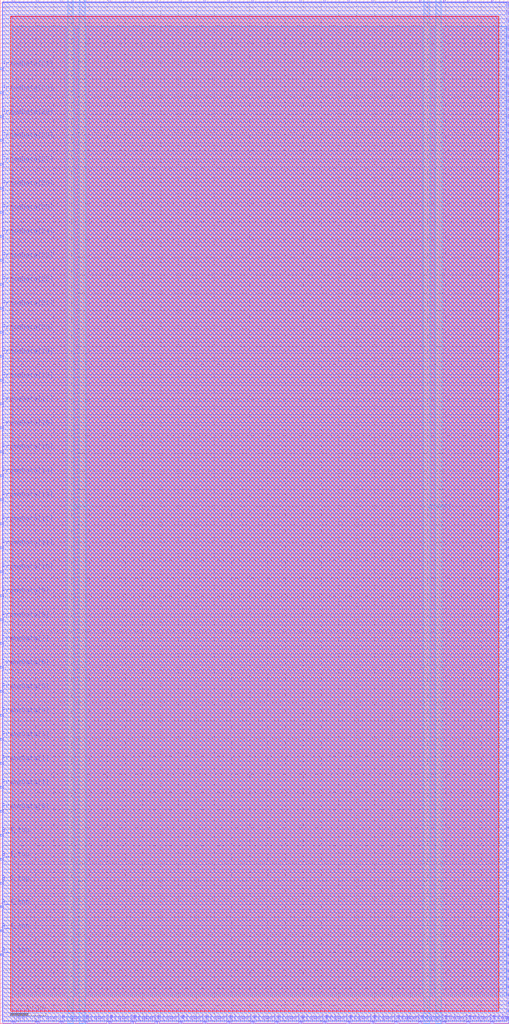
<source format=lef>
VERSION 5.7 ;
  NOWIREEXTENSIONATPIN ON ;
  DIVIDERCHAR "/" ;
  BUSBITCHARS "[]" ;
MACRO W_IO
  CLASS BLOCK ;
  FOREIGN W_IO ;
  ORIGIN 0.000 0.000 ;
  SIZE 142.800 BY 287.280 ;
  PIN A_I_top
    DIRECTION OUTPUT ;
    USE SIGNAL ;
    ANTENNADIFFAREA 2.365600 ;
    PORT
      LAYER Metal3 ;
        RECT 0.000 25.760 0.560 26.320 ;
    END
  END A_I_top
  PIN A_O_top
    DIRECTION INPUT ;
    USE SIGNAL ;
    ANTENNAGATEAREA 4.005500 ;
    PORT
      LAYER Metal3 ;
        RECT 0.000 19.040 0.560 19.600 ;
    END
  END A_O_top
  PIN A_T_top
    DIRECTION OUTPUT ;
    USE SIGNAL ;
    ANTENNADIFFAREA 2.365600 ;
    PORT
      LAYER Metal3 ;
        RECT 0.000 32.480 0.560 33.040 ;
    END
  END A_T_top
  PIN B_I_top
    DIRECTION OUTPUT ;
    USE SIGNAL ;
    ANTENNADIFFAREA 2.365600 ;
    PORT
      LAYER Metal3 ;
        RECT 0.000 45.920 0.560 46.480 ;
    END
  END B_I_top
  PIN B_O_top
    DIRECTION INPUT ;
    USE SIGNAL ;
    ANTENNAGATEAREA 4.005500 ;
    PORT
      LAYER Metal3 ;
        RECT 0.000 39.200 0.560 39.760 ;
    END
  END B_O_top
  PIN B_T_top
    DIRECTION OUTPUT ;
    USE SIGNAL ;
    ANTENNADIFFAREA 2.365600 ;
    PORT
      LAYER Metal3 ;
        RECT 0.000 52.640 0.560 53.200 ;
    END
  END B_T_top
  PIN E1BEG[0]
    DIRECTION OUTPUT ;
    USE SIGNAL ;
    ANTENNADIFFAREA 2.365600 ;
    PORT
      LAYER Metal3 ;
        RECT 142.240 108.640 142.800 109.200 ;
    END
  END E1BEG[0]
  PIN E1BEG[1]
    DIRECTION OUTPUT ;
    USE SIGNAL ;
    ANTENNADIFFAREA 2.365600 ;
    PORT
      LAYER Metal3 ;
        RECT 142.240 110.880 142.800 111.440 ;
    END
  END E1BEG[1]
  PIN E1BEG[2]
    DIRECTION OUTPUT ;
    USE SIGNAL ;
    ANTENNADIFFAREA 2.365600 ;
    PORT
      LAYER Metal3 ;
        RECT 142.240 113.120 142.800 113.680 ;
    END
  END E1BEG[2]
  PIN E1BEG[3]
    DIRECTION OUTPUT ;
    USE SIGNAL ;
    ANTENNADIFFAREA 2.365600 ;
    PORT
      LAYER Metal3 ;
        RECT 142.240 115.360 142.800 115.920 ;
    END
  END E1BEG[3]
  PIN E2BEG[0]
    DIRECTION OUTPUT ;
    USE SIGNAL ;
    ANTENNADIFFAREA 2.365600 ;
    PORT
      LAYER Metal3 ;
        RECT 142.240 117.600 142.800 118.160 ;
    END
  END E2BEG[0]
  PIN E2BEG[1]
    DIRECTION OUTPUT ;
    USE SIGNAL ;
    ANTENNADIFFAREA 2.365600 ;
    PORT
      LAYER Metal3 ;
        RECT 142.240 119.840 142.800 120.400 ;
    END
  END E2BEG[1]
  PIN E2BEG[2]
    DIRECTION OUTPUT ;
    USE SIGNAL ;
    ANTENNADIFFAREA 2.365600 ;
    PORT
      LAYER Metal3 ;
        RECT 142.240 122.080 142.800 122.640 ;
    END
  END E2BEG[2]
  PIN E2BEG[3]
    DIRECTION OUTPUT ;
    USE SIGNAL ;
    ANTENNADIFFAREA 2.365600 ;
    PORT
      LAYER Metal3 ;
        RECT 142.240 124.320 142.800 124.880 ;
    END
  END E2BEG[3]
  PIN E2BEG[4]
    DIRECTION OUTPUT ;
    USE SIGNAL ;
    ANTENNADIFFAREA 2.365600 ;
    PORT
      LAYER Metal3 ;
        RECT 142.240 126.560 142.800 127.120 ;
    END
  END E2BEG[4]
  PIN E2BEG[5]
    DIRECTION OUTPUT ;
    USE SIGNAL ;
    ANTENNADIFFAREA 2.365600 ;
    PORT
      LAYER Metal3 ;
        RECT 142.240 128.800 142.800 129.360 ;
    END
  END E2BEG[5]
  PIN E2BEG[6]
    DIRECTION OUTPUT ;
    USE SIGNAL ;
    ANTENNADIFFAREA 2.365600 ;
    PORT
      LAYER Metal3 ;
        RECT 142.240 131.040 142.800 131.600 ;
    END
  END E2BEG[6]
  PIN E2BEG[7]
    DIRECTION OUTPUT ;
    USE SIGNAL ;
    ANTENNADIFFAREA 2.365600 ;
    PORT
      LAYER Metal3 ;
        RECT 142.240 133.280 142.800 133.840 ;
    END
  END E2BEG[7]
  PIN E2BEGb[0]
    DIRECTION OUTPUT ;
    USE SIGNAL ;
    ANTENNADIFFAREA 2.365600 ;
    PORT
      LAYER Metal3 ;
        RECT 142.240 135.520 142.800 136.080 ;
    END
  END E2BEGb[0]
  PIN E2BEGb[1]
    DIRECTION OUTPUT ;
    USE SIGNAL ;
    ANTENNADIFFAREA 2.365600 ;
    PORT
      LAYER Metal3 ;
        RECT 142.240 137.760 142.800 138.320 ;
    END
  END E2BEGb[1]
  PIN E2BEGb[2]
    DIRECTION OUTPUT ;
    USE SIGNAL ;
    ANTENNADIFFAREA 2.365600 ;
    PORT
      LAYER Metal3 ;
        RECT 142.240 140.000 142.800 140.560 ;
    END
  END E2BEGb[2]
  PIN E2BEGb[3]
    DIRECTION OUTPUT ;
    USE SIGNAL ;
    ANTENNADIFFAREA 2.365600 ;
    PORT
      LAYER Metal3 ;
        RECT 142.240 142.240 142.800 142.800 ;
    END
  END E2BEGb[3]
  PIN E2BEGb[4]
    DIRECTION OUTPUT ;
    USE SIGNAL ;
    ANTENNADIFFAREA 2.365600 ;
    PORT
      LAYER Metal3 ;
        RECT 142.240 144.480 142.800 145.040 ;
    END
  END E2BEGb[4]
  PIN E2BEGb[5]
    DIRECTION OUTPUT ;
    USE SIGNAL ;
    ANTENNADIFFAREA 2.365600 ;
    PORT
      LAYER Metal3 ;
        RECT 142.240 146.720 142.800 147.280 ;
    END
  END E2BEGb[5]
  PIN E2BEGb[6]
    DIRECTION OUTPUT ;
    USE SIGNAL ;
    ANTENNADIFFAREA 2.365600 ;
    PORT
      LAYER Metal3 ;
        RECT 142.240 148.960 142.800 149.520 ;
    END
  END E2BEGb[6]
  PIN E2BEGb[7]
    DIRECTION OUTPUT ;
    USE SIGNAL ;
    ANTENNADIFFAREA 2.365600 ;
    PORT
      LAYER Metal3 ;
        RECT 142.240 151.200 142.800 151.760 ;
    END
  END E2BEGb[7]
  PIN E6BEG[0]
    DIRECTION OUTPUT ;
    USE SIGNAL ;
    ANTENNADIFFAREA 2.365600 ;
    PORT
      LAYER Metal3 ;
        RECT 142.240 189.280 142.800 189.840 ;
    END
  END E6BEG[0]
  PIN E6BEG[10]
    DIRECTION OUTPUT ;
    USE SIGNAL ;
    ANTENNADIFFAREA 2.365600 ;
    PORT
      LAYER Metal3 ;
        RECT 142.240 211.680 142.800 212.240 ;
    END
  END E6BEG[10]
  PIN E6BEG[11]
    DIRECTION OUTPUT ;
    USE SIGNAL ;
    ANTENNADIFFAREA 2.365600 ;
    PORT
      LAYER Metal3 ;
        RECT 142.240 213.920 142.800 214.480 ;
    END
  END E6BEG[11]
  PIN E6BEG[1]
    DIRECTION OUTPUT ;
    USE SIGNAL ;
    ANTENNADIFFAREA 2.365600 ;
    PORT
      LAYER Metal3 ;
        RECT 142.240 191.520 142.800 192.080 ;
    END
  END E6BEG[1]
  PIN E6BEG[2]
    DIRECTION OUTPUT ;
    USE SIGNAL ;
    ANTENNADIFFAREA 2.365600 ;
    PORT
      LAYER Metal3 ;
        RECT 142.240 193.760 142.800 194.320 ;
    END
  END E6BEG[2]
  PIN E6BEG[3]
    DIRECTION OUTPUT ;
    USE SIGNAL ;
    ANTENNADIFFAREA 2.365600 ;
    PORT
      LAYER Metal3 ;
        RECT 142.240 196.000 142.800 196.560 ;
    END
  END E6BEG[3]
  PIN E6BEG[4]
    DIRECTION OUTPUT ;
    USE SIGNAL ;
    ANTENNADIFFAREA 2.365600 ;
    PORT
      LAYER Metal3 ;
        RECT 142.240 198.240 142.800 198.800 ;
    END
  END E6BEG[4]
  PIN E6BEG[5]
    DIRECTION OUTPUT ;
    USE SIGNAL ;
    ANTENNADIFFAREA 2.365600 ;
    PORT
      LAYER Metal3 ;
        RECT 142.240 200.480 142.800 201.040 ;
    END
  END E6BEG[5]
  PIN E6BEG[6]
    DIRECTION OUTPUT ;
    USE SIGNAL ;
    ANTENNADIFFAREA 2.365600 ;
    PORT
      LAYER Metal3 ;
        RECT 142.240 202.720 142.800 203.280 ;
    END
  END E6BEG[6]
  PIN E6BEG[7]
    DIRECTION OUTPUT ;
    USE SIGNAL ;
    ANTENNADIFFAREA 2.365600 ;
    PORT
      LAYER Metal3 ;
        RECT 142.240 204.960 142.800 205.520 ;
    END
  END E6BEG[7]
  PIN E6BEG[8]
    DIRECTION OUTPUT ;
    USE SIGNAL ;
    ANTENNADIFFAREA 2.365600 ;
    PORT
      LAYER Metal3 ;
        RECT 142.240 207.200 142.800 207.760 ;
    END
  END E6BEG[8]
  PIN E6BEG[9]
    DIRECTION OUTPUT ;
    USE SIGNAL ;
    ANTENNADIFFAREA 2.365600 ;
    PORT
      LAYER Metal3 ;
        RECT 142.240 209.440 142.800 210.000 ;
    END
  END E6BEG[9]
  PIN EE4BEG[0]
    DIRECTION OUTPUT ;
    USE SIGNAL ;
    ANTENNADIFFAREA 2.365600 ;
    PORT
      LAYER Metal3 ;
        RECT 142.240 153.440 142.800 154.000 ;
    END
  END EE4BEG[0]
  PIN EE4BEG[10]
    DIRECTION OUTPUT ;
    USE SIGNAL ;
    ANTENNADIFFAREA 2.365600 ;
    PORT
      LAYER Metal3 ;
        RECT 142.240 175.840 142.800 176.400 ;
    END
  END EE4BEG[10]
  PIN EE4BEG[11]
    DIRECTION OUTPUT ;
    USE SIGNAL ;
    ANTENNADIFFAREA 2.365600 ;
    PORT
      LAYER Metal3 ;
        RECT 142.240 178.080 142.800 178.640 ;
    END
  END EE4BEG[11]
  PIN EE4BEG[12]
    DIRECTION OUTPUT ;
    USE SIGNAL ;
    ANTENNADIFFAREA 2.365600 ;
    PORT
      LAYER Metal3 ;
        RECT 142.240 180.320 142.800 180.880 ;
    END
  END EE4BEG[12]
  PIN EE4BEG[13]
    DIRECTION OUTPUT ;
    USE SIGNAL ;
    ANTENNADIFFAREA 2.365600 ;
    PORT
      LAYER Metal3 ;
        RECT 142.240 182.560 142.800 183.120 ;
    END
  END EE4BEG[13]
  PIN EE4BEG[14]
    DIRECTION OUTPUT ;
    USE SIGNAL ;
    ANTENNADIFFAREA 2.365600 ;
    PORT
      LAYER Metal3 ;
        RECT 142.240 184.800 142.800 185.360 ;
    END
  END EE4BEG[14]
  PIN EE4BEG[15]
    DIRECTION OUTPUT ;
    USE SIGNAL ;
    ANTENNADIFFAREA 2.365600 ;
    PORT
      LAYER Metal3 ;
        RECT 142.240 187.040 142.800 187.600 ;
    END
  END EE4BEG[15]
  PIN EE4BEG[1]
    DIRECTION OUTPUT ;
    USE SIGNAL ;
    ANTENNADIFFAREA 2.365600 ;
    PORT
      LAYER Metal3 ;
        RECT 142.240 155.680 142.800 156.240 ;
    END
  END EE4BEG[1]
  PIN EE4BEG[2]
    DIRECTION OUTPUT ;
    USE SIGNAL ;
    ANTENNADIFFAREA 2.365600 ;
    PORT
      LAYER Metal3 ;
        RECT 142.240 157.920 142.800 158.480 ;
    END
  END EE4BEG[2]
  PIN EE4BEG[3]
    DIRECTION OUTPUT ;
    USE SIGNAL ;
    ANTENNADIFFAREA 2.365600 ;
    PORT
      LAYER Metal3 ;
        RECT 142.240 160.160 142.800 160.720 ;
    END
  END EE4BEG[3]
  PIN EE4BEG[4]
    DIRECTION OUTPUT ;
    USE SIGNAL ;
    ANTENNADIFFAREA 2.365600 ;
    PORT
      LAYER Metal3 ;
        RECT 142.240 162.400 142.800 162.960 ;
    END
  END EE4BEG[4]
  PIN EE4BEG[5]
    DIRECTION OUTPUT ;
    USE SIGNAL ;
    ANTENNADIFFAREA 2.365600 ;
    PORT
      LAYER Metal3 ;
        RECT 142.240 164.640 142.800 165.200 ;
    END
  END EE4BEG[5]
  PIN EE4BEG[6]
    DIRECTION OUTPUT ;
    USE SIGNAL ;
    ANTENNADIFFAREA 2.365600 ;
    PORT
      LAYER Metal3 ;
        RECT 142.240 166.880 142.800 167.440 ;
    END
  END EE4BEG[6]
  PIN EE4BEG[7]
    DIRECTION OUTPUT ;
    USE SIGNAL ;
    ANTENNADIFFAREA 2.365600 ;
    PORT
      LAYER Metal3 ;
        RECT 142.240 169.120 142.800 169.680 ;
    END
  END EE4BEG[7]
  PIN EE4BEG[8]
    DIRECTION OUTPUT ;
    USE SIGNAL ;
    ANTENNADIFFAREA 2.365600 ;
    PORT
      LAYER Metal3 ;
        RECT 142.240 171.360 142.800 171.920 ;
    END
  END EE4BEG[8]
  PIN EE4BEG[9]
    DIRECTION OUTPUT ;
    USE SIGNAL ;
    ANTENNADIFFAREA 2.365600 ;
    PORT
      LAYER Metal3 ;
        RECT 142.240 173.600 142.800 174.160 ;
    END
  END EE4BEG[9]
  PIN FrameData[0]
    DIRECTION INPUT ;
    USE SIGNAL ;
    ANTENNAGATEAREA 2.758000 ;
    PORT
      LAYER Metal3 ;
        RECT 0.000 59.360 0.560 59.920 ;
    END
  END FrameData[0]
  PIN FrameData[10]
    DIRECTION INPUT ;
    USE SIGNAL ;
    ANTENNAGATEAREA 2.758000 ;
    PORT
      LAYER Metal3 ;
        RECT 0.000 126.560 0.560 127.120 ;
    END
  END FrameData[10]
  PIN FrameData[11]
    DIRECTION INPUT ;
    USE SIGNAL ;
    ANTENNAGATEAREA 2.758000 ;
    PORT
      LAYER Metal3 ;
        RECT 0.000 133.280 0.560 133.840 ;
    END
  END FrameData[11]
  PIN FrameData[12]
    DIRECTION INPUT ;
    USE SIGNAL ;
    ANTENNAGATEAREA 2.758000 ;
    PORT
      LAYER Metal3 ;
        RECT 0.000 140.000 0.560 140.560 ;
    END
  END FrameData[12]
  PIN FrameData[13]
    DIRECTION INPUT ;
    USE SIGNAL ;
    ANTENNAGATEAREA 2.758000 ;
    PORT
      LAYER Metal3 ;
        RECT 0.000 146.720 0.560 147.280 ;
    END
  END FrameData[13]
  PIN FrameData[14]
    DIRECTION INPUT ;
    USE SIGNAL ;
    ANTENNAGATEAREA 2.758000 ;
    PORT
      LAYER Metal3 ;
        RECT 0.000 153.440 0.560 154.000 ;
    END
  END FrameData[14]
  PIN FrameData[15]
    DIRECTION INPUT ;
    USE SIGNAL ;
    ANTENNAGATEAREA 2.758000 ;
    PORT
      LAYER Metal3 ;
        RECT 0.000 160.160 0.560 160.720 ;
    END
  END FrameData[15]
  PIN FrameData[16]
    DIRECTION INPUT ;
    USE SIGNAL ;
    ANTENNAGATEAREA 2.758000 ;
    PORT
      LAYER Metal3 ;
        RECT 0.000 166.880 0.560 167.440 ;
    END
  END FrameData[16]
  PIN FrameData[17]
    DIRECTION INPUT ;
    USE SIGNAL ;
    ANTENNAGATEAREA 2.758000 ;
    PORT
      LAYER Metal3 ;
        RECT 0.000 173.600 0.560 174.160 ;
    END
  END FrameData[17]
  PIN FrameData[18]
    DIRECTION INPUT ;
    USE SIGNAL ;
    ANTENNAGATEAREA 2.758000 ;
    PORT
      LAYER Metal3 ;
        RECT 0.000 180.320 0.560 180.880 ;
    END
  END FrameData[18]
  PIN FrameData[19]
    DIRECTION INPUT ;
    USE SIGNAL ;
    ANTENNAGATEAREA 2.758000 ;
    PORT
      LAYER Metal3 ;
        RECT 0.000 187.040 0.560 187.600 ;
    END
  END FrameData[19]
  PIN FrameData[1]
    DIRECTION INPUT ;
    USE SIGNAL ;
    ANTENNAGATEAREA 2.758000 ;
    PORT
      LAYER Metal3 ;
        RECT 0.000 66.080 0.560 66.640 ;
    END
  END FrameData[1]
  PIN FrameData[20]
    DIRECTION INPUT ;
    USE SIGNAL ;
    ANTENNAGATEAREA 2.758000 ;
    PORT
      LAYER Metal3 ;
        RECT 0.000 193.760 0.560 194.320 ;
    END
  END FrameData[20]
  PIN FrameData[21]
    DIRECTION INPUT ;
    USE SIGNAL ;
    ANTENNAGATEAREA 2.758000 ;
    PORT
      LAYER Metal3 ;
        RECT 0.000 200.480 0.560 201.040 ;
    END
  END FrameData[21]
  PIN FrameData[22]
    DIRECTION INPUT ;
    USE SIGNAL ;
    ANTENNAGATEAREA 3.310000 ;
    PORT
      LAYER Metal3 ;
        RECT 0.000 207.200 0.560 207.760 ;
    END
  END FrameData[22]
  PIN FrameData[23]
    DIRECTION INPUT ;
    USE SIGNAL ;
    ANTENNAGATEAREA 3.310000 ;
    PORT
      LAYER Metal3 ;
        RECT 0.000 213.920 0.560 214.480 ;
    END
  END FrameData[23]
  PIN FrameData[24]
    DIRECTION INPUT ;
    USE SIGNAL ;
    ANTENNAGATEAREA 3.310000 ;
    PORT
      LAYER Metal3 ;
        RECT 0.000 220.640 0.560 221.200 ;
    END
  END FrameData[24]
  PIN FrameData[25]
    DIRECTION INPUT ;
    USE SIGNAL ;
    ANTENNAGATEAREA 3.310000 ;
    PORT
      LAYER Metal3 ;
        RECT 0.000 227.360 0.560 227.920 ;
    END
  END FrameData[25]
  PIN FrameData[26]
    DIRECTION INPUT ;
    USE SIGNAL ;
    ANTENNAGATEAREA 3.310000 ;
    PORT
      LAYER Metal3 ;
        RECT 0.000 234.080 0.560 234.640 ;
    END
  END FrameData[26]
  PIN FrameData[27]
    DIRECTION INPUT ;
    USE SIGNAL ;
    ANTENNAGATEAREA 3.310000 ;
    PORT
      LAYER Metal3 ;
        RECT 0.000 240.800 0.560 241.360 ;
    END
  END FrameData[27]
  PIN FrameData[28]
    DIRECTION INPUT ;
    USE SIGNAL ;
    ANTENNAGATEAREA 3.310000 ;
    PORT
      LAYER Metal3 ;
        RECT 0.000 247.520 0.560 248.080 ;
    END
  END FrameData[28]
  PIN FrameData[29]
    DIRECTION INPUT ;
    USE SIGNAL ;
    ANTENNAGATEAREA 3.310000 ;
    PORT
      LAYER Metal3 ;
        RECT 0.000 254.240 0.560 254.800 ;
    END
  END FrameData[29]
  PIN FrameData[2]
    DIRECTION INPUT ;
    USE SIGNAL ;
    ANTENNAGATEAREA 2.758000 ;
    PORT
      LAYER Metal3 ;
        RECT 0.000 72.800 0.560 73.360 ;
    END
  END FrameData[2]
  PIN FrameData[30]
    DIRECTION INPUT ;
    USE SIGNAL ;
    ANTENNAGATEAREA 3.310000 ;
    PORT
      LAYER Metal3 ;
        RECT 0.000 260.960 0.560 261.520 ;
    END
  END FrameData[30]
  PIN FrameData[31]
    DIRECTION INPUT ;
    USE SIGNAL ;
    ANTENNAGATEAREA 3.310000 ;
    PORT
      LAYER Metal3 ;
        RECT 0.000 267.680 0.560 268.240 ;
    END
  END FrameData[31]
  PIN FrameData[3]
    DIRECTION INPUT ;
    USE SIGNAL ;
    ANTENNAGATEAREA 2.758000 ;
    PORT
      LAYER Metal3 ;
        RECT 0.000 79.520 0.560 80.080 ;
    END
  END FrameData[3]
  PIN FrameData[4]
    DIRECTION INPUT ;
    USE SIGNAL ;
    ANTENNAGATEAREA 2.758000 ;
    PORT
      LAYER Metal3 ;
        RECT 0.000 86.240 0.560 86.800 ;
    END
  END FrameData[4]
  PIN FrameData[5]
    DIRECTION INPUT ;
    USE SIGNAL ;
    ANTENNAGATEAREA 2.758000 ;
    PORT
      LAYER Metal3 ;
        RECT 0.000 92.960 0.560 93.520 ;
    END
  END FrameData[5]
  PIN FrameData[6]
    DIRECTION INPUT ;
    USE SIGNAL ;
    ANTENNAGATEAREA 2.758000 ;
    PORT
      LAYER Metal3 ;
        RECT 0.000 99.680 0.560 100.240 ;
    END
  END FrameData[6]
  PIN FrameData[7]
    DIRECTION INPUT ;
    USE SIGNAL ;
    ANTENNAGATEAREA 2.758000 ;
    PORT
      LAYER Metal3 ;
        RECT 0.000 106.400 0.560 106.960 ;
    END
  END FrameData[7]
  PIN FrameData[8]
    DIRECTION INPUT ;
    USE SIGNAL ;
    ANTENNAGATEAREA 2.758000 ;
    PORT
      LAYER Metal3 ;
        RECT 0.000 113.120 0.560 113.680 ;
    END
  END FrameData[8]
  PIN FrameData[9]
    DIRECTION INPUT ;
    USE SIGNAL ;
    ANTENNAGATEAREA 2.758000 ;
    PORT
      LAYER Metal3 ;
        RECT 0.000 119.840 0.560 120.400 ;
    END
  END FrameData[9]
  PIN FrameData_O[0]
    DIRECTION OUTPUT ;
    USE SIGNAL ;
    ANTENNADIFFAREA 2.365600 ;
    PORT
      LAYER Metal3 ;
        RECT 142.240 216.160 142.800 216.720 ;
    END
  END FrameData_O[0]
  PIN FrameData_O[10]
    DIRECTION OUTPUT ;
    USE SIGNAL ;
    ANTENNADIFFAREA 2.365600 ;
    PORT
      LAYER Metal3 ;
        RECT 142.240 238.560 142.800 239.120 ;
    END
  END FrameData_O[10]
  PIN FrameData_O[11]
    DIRECTION OUTPUT ;
    USE SIGNAL ;
    ANTENNADIFFAREA 2.365600 ;
    PORT
      LAYER Metal3 ;
        RECT 142.240 240.800 142.800 241.360 ;
    END
  END FrameData_O[11]
  PIN FrameData_O[12]
    DIRECTION OUTPUT ;
    USE SIGNAL ;
    ANTENNADIFFAREA 2.365600 ;
    PORT
      LAYER Metal3 ;
        RECT 142.240 243.040 142.800 243.600 ;
    END
  END FrameData_O[12]
  PIN FrameData_O[13]
    DIRECTION OUTPUT ;
    USE SIGNAL ;
    ANTENNADIFFAREA 2.365600 ;
    PORT
      LAYER Metal3 ;
        RECT 142.240 245.280 142.800 245.840 ;
    END
  END FrameData_O[13]
  PIN FrameData_O[14]
    DIRECTION OUTPUT ;
    USE SIGNAL ;
    ANTENNADIFFAREA 2.365600 ;
    PORT
      LAYER Metal3 ;
        RECT 142.240 247.520 142.800 248.080 ;
    END
  END FrameData_O[14]
  PIN FrameData_O[15]
    DIRECTION OUTPUT ;
    USE SIGNAL ;
    ANTENNADIFFAREA 2.365600 ;
    PORT
      LAYER Metal3 ;
        RECT 142.240 249.760 142.800 250.320 ;
    END
  END FrameData_O[15]
  PIN FrameData_O[16]
    DIRECTION OUTPUT ;
    USE SIGNAL ;
    ANTENNADIFFAREA 2.365600 ;
    PORT
      LAYER Metal3 ;
        RECT 142.240 252.000 142.800 252.560 ;
    END
  END FrameData_O[16]
  PIN FrameData_O[17]
    DIRECTION OUTPUT ;
    USE SIGNAL ;
    ANTENNADIFFAREA 2.365600 ;
    PORT
      LAYER Metal3 ;
        RECT 142.240 254.240 142.800 254.800 ;
    END
  END FrameData_O[17]
  PIN FrameData_O[18]
    DIRECTION OUTPUT ;
    USE SIGNAL ;
    ANTENNADIFFAREA 2.365600 ;
    PORT
      LAYER Metal3 ;
        RECT 142.240 256.480 142.800 257.040 ;
    END
  END FrameData_O[18]
  PIN FrameData_O[19]
    DIRECTION OUTPUT ;
    USE SIGNAL ;
    ANTENNADIFFAREA 2.365600 ;
    PORT
      LAYER Metal3 ;
        RECT 142.240 258.720 142.800 259.280 ;
    END
  END FrameData_O[19]
  PIN FrameData_O[1]
    DIRECTION OUTPUT ;
    USE SIGNAL ;
    ANTENNADIFFAREA 2.365600 ;
    PORT
      LAYER Metal3 ;
        RECT 142.240 218.400 142.800 218.960 ;
    END
  END FrameData_O[1]
  PIN FrameData_O[20]
    DIRECTION OUTPUT ;
    USE SIGNAL ;
    ANTENNADIFFAREA 2.365600 ;
    PORT
      LAYER Metal3 ;
        RECT 142.240 260.960 142.800 261.520 ;
    END
  END FrameData_O[20]
  PIN FrameData_O[21]
    DIRECTION OUTPUT ;
    USE SIGNAL ;
    ANTENNADIFFAREA 2.365600 ;
    PORT
      LAYER Metal3 ;
        RECT 142.240 263.200 142.800 263.760 ;
    END
  END FrameData_O[21]
  PIN FrameData_O[22]
    DIRECTION OUTPUT ;
    USE SIGNAL ;
    ANTENNADIFFAREA 2.365600 ;
    PORT
      LAYER Metal3 ;
        RECT 142.240 265.440 142.800 266.000 ;
    END
  END FrameData_O[22]
  PIN FrameData_O[23]
    DIRECTION OUTPUT ;
    USE SIGNAL ;
    ANTENNADIFFAREA 2.365600 ;
    PORT
      LAYER Metal3 ;
        RECT 142.240 267.680 142.800 268.240 ;
    END
  END FrameData_O[23]
  PIN FrameData_O[24]
    DIRECTION OUTPUT ;
    USE SIGNAL ;
    ANTENNADIFFAREA 2.365600 ;
    PORT
      LAYER Metal3 ;
        RECT 142.240 269.920 142.800 270.480 ;
    END
  END FrameData_O[24]
  PIN FrameData_O[25]
    DIRECTION OUTPUT ;
    USE SIGNAL ;
    ANTENNADIFFAREA 2.365600 ;
    PORT
      LAYER Metal3 ;
        RECT 142.240 272.160 142.800 272.720 ;
    END
  END FrameData_O[25]
  PIN FrameData_O[26]
    DIRECTION OUTPUT ;
    USE SIGNAL ;
    ANTENNADIFFAREA 2.365600 ;
    PORT
      LAYER Metal3 ;
        RECT 142.240 274.400 142.800 274.960 ;
    END
  END FrameData_O[26]
  PIN FrameData_O[27]
    DIRECTION OUTPUT ;
    USE SIGNAL ;
    ANTENNADIFFAREA 2.365600 ;
    PORT
      LAYER Metal3 ;
        RECT 142.240 276.640 142.800 277.200 ;
    END
  END FrameData_O[27]
  PIN FrameData_O[28]
    DIRECTION OUTPUT ;
    USE SIGNAL ;
    ANTENNADIFFAREA 2.365600 ;
    PORT
      LAYER Metal3 ;
        RECT 142.240 278.880 142.800 279.440 ;
    END
  END FrameData_O[28]
  PIN FrameData_O[29]
    DIRECTION OUTPUT ;
    USE SIGNAL ;
    ANTENNADIFFAREA 2.365600 ;
    PORT
      LAYER Metal3 ;
        RECT 142.240 281.120 142.800 281.680 ;
    END
  END FrameData_O[29]
  PIN FrameData_O[2]
    DIRECTION OUTPUT ;
    USE SIGNAL ;
    ANTENNADIFFAREA 2.365600 ;
    PORT
      LAYER Metal3 ;
        RECT 142.240 220.640 142.800 221.200 ;
    END
  END FrameData_O[2]
  PIN FrameData_O[30]
    DIRECTION OUTPUT ;
    USE SIGNAL ;
    ANTENNADIFFAREA 2.365600 ;
    PORT
      LAYER Metal3 ;
        RECT 142.240 283.360 142.800 283.920 ;
    END
  END FrameData_O[30]
  PIN FrameData_O[31]
    DIRECTION OUTPUT ;
    USE SIGNAL ;
    ANTENNADIFFAREA 2.365600 ;
    PORT
      LAYER Metal3 ;
        RECT 142.240 285.600 142.800 286.160 ;
    END
  END FrameData_O[31]
  PIN FrameData_O[3]
    DIRECTION OUTPUT ;
    USE SIGNAL ;
    ANTENNADIFFAREA 2.365600 ;
    PORT
      LAYER Metal3 ;
        RECT 142.240 222.880 142.800 223.440 ;
    END
  END FrameData_O[3]
  PIN FrameData_O[4]
    DIRECTION OUTPUT ;
    USE SIGNAL ;
    ANTENNADIFFAREA 2.365600 ;
    PORT
      LAYER Metal3 ;
        RECT 142.240 225.120 142.800 225.680 ;
    END
  END FrameData_O[4]
  PIN FrameData_O[5]
    DIRECTION OUTPUT ;
    USE SIGNAL ;
    ANTENNADIFFAREA 2.365600 ;
    PORT
      LAYER Metal3 ;
        RECT 142.240 227.360 142.800 227.920 ;
    END
  END FrameData_O[5]
  PIN FrameData_O[6]
    DIRECTION OUTPUT ;
    USE SIGNAL ;
    ANTENNADIFFAREA 2.365600 ;
    PORT
      LAYER Metal3 ;
        RECT 142.240 229.600 142.800 230.160 ;
    END
  END FrameData_O[6]
  PIN FrameData_O[7]
    DIRECTION OUTPUT ;
    USE SIGNAL ;
    ANTENNADIFFAREA 2.365600 ;
    PORT
      LAYER Metal3 ;
        RECT 142.240 231.840 142.800 232.400 ;
    END
  END FrameData_O[7]
  PIN FrameData_O[8]
    DIRECTION OUTPUT ;
    USE SIGNAL ;
    ANTENNADIFFAREA 2.365600 ;
    PORT
      LAYER Metal3 ;
        RECT 142.240 234.080 142.800 234.640 ;
    END
  END FrameData_O[8]
  PIN FrameData_O[9]
    DIRECTION OUTPUT ;
    USE SIGNAL ;
    ANTENNADIFFAREA 2.365600 ;
    PORT
      LAYER Metal3 ;
        RECT 142.240 236.320 142.800 236.880 ;
    END
  END FrameData_O[9]
  PIN FrameStrobe[0]
    DIRECTION INPUT ;
    USE SIGNAL ;
    ANTENNAGATEAREA 4.408000 ;
    PORT
      LAYER Metal2 ;
        RECT 10.080 0.000 10.640 0.560 ;
    END
  END FrameStrobe[0]
  PIN FrameStrobe[10]
    DIRECTION INPUT ;
    USE SIGNAL ;
    ANTENNAGATEAREA 1.102000 ;
    PORT
      LAYER Metal2 ;
        RECT 77.280 0.000 77.840 0.560 ;
    END
  END FrameStrobe[10]
  PIN FrameStrobe[11]
    DIRECTION INPUT ;
    USE SIGNAL ;
    ANTENNAGATEAREA 1.102000 ;
    PORT
      LAYER Metal2 ;
        RECT 84.000 0.000 84.560 0.560 ;
    END
  END FrameStrobe[11]
  PIN FrameStrobe[12]
    DIRECTION INPUT ;
    USE SIGNAL ;
    ANTENNAGATEAREA 1.102000 ;
    PORT
      LAYER Metal2 ;
        RECT 90.720 0.000 91.280 0.560 ;
    END
  END FrameStrobe[12]
  PIN FrameStrobe[13]
    DIRECTION INPUT ;
    USE SIGNAL ;
    ANTENNAGATEAREA 1.102000 ;
    PORT
      LAYER Metal2 ;
        RECT 97.440 0.000 98.000 0.560 ;
    END
  END FrameStrobe[13]
  PIN FrameStrobe[14]
    DIRECTION INPUT ;
    USE SIGNAL ;
    ANTENNAGATEAREA 1.102000 ;
    PORT
      LAYER Metal2 ;
        RECT 104.160 0.000 104.720 0.560 ;
    END
  END FrameStrobe[14]
  PIN FrameStrobe[15]
    DIRECTION INPUT ;
    USE SIGNAL ;
    ANTENNAGATEAREA 1.102000 ;
    PORT
      LAYER Metal2 ;
        RECT 110.880 0.000 111.440 0.560 ;
    END
  END FrameStrobe[15]
  PIN FrameStrobe[16]
    DIRECTION INPUT ;
    USE SIGNAL ;
    ANTENNAGATEAREA 1.102000 ;
    PORT
      LAYER Metal2 ;
        RECT 117.600 0.000 118.160 0.560 ;
    END
  END FrameStrobe[16]
  PIN FrameStrobe[17]
    DIRECTION INPUT ;
    USE SIGNAL ;
    ANTENNAGATEAREA 1.102000 ;
    PORT
      LAYER Metal2 ;
        RECT 124.320 0.000 124.880 0.560 ;
    END
  END FrameStrobe[17]
  PIN FrameStrobe[18]
    DIRECTION INPUT ;
    USE SIGNAL ;
    ANTENNAGATEAREA 1.102000 ;
    PORT
      LAYER Metal2 ;
        RECT 131.040 0.000 131.600 0.560 ;
    END
  END FrameStrobe[18]
  PIN FrameStrobe[19]
    DIRECTION INPUT ;
    USE SIGNAL ;
    ANTENNAGATEAREA 1.102000 ;
    PORT
      LAYER Metal2 ;
        RECT 137.760 0.000 138.320 0.560 ;
    END
  END FrameStrobe[19]
  PIN FrameStrobe[1]
    DIRECTION INPUT ;
    USE SIGNAL ;
    ANTENNAGATEAREA 1.102000 ;
    PORT
      LAYER Metal2 ;
        RECT 16.800 0.000 17.360 0.560 ;
    END
  END FrameStrobe[1]
  PIN FrameStrobe[2]
    DIRECTION INPUT ;
    USE SIGNAL ;
    ANTENNAGATEAREA 6.246000 ;
    PORT
      LAYER Metal2 ;
        RECT 23.520 0.000 24.080 0.560 ;
    END
  END FrameStrobe[2]
  PIN FrameStrobe[3]
    DIRECTION INPUT ;
    USE SIGNAL ;
    ANTENNAGATEAREA 2.940000 ;
    PORT
      LAYER Metal2 ;
        RECT 30.240 0.000 30.800 0.560 ;
    END
  END FrameStrobe[3]
  PIN FrameStrobe[4]
    DIRECTION INPUT ;
    USE SIGNAL ;
    ANTENNAGATEAREA 1.102000 ;
    PORT
      LAYER Metal2 ;
        RECT 36.960 0.000 37.520 0.560 ;
    END
  END FrameStrobe[4]
  PIN FrameStrobe[5]
    DIRECTION INPUT ;
    USE SIGNAL ;
    ANTENNAGATEAREA 1.102000 ;
    PORT
      LAYER Metal2 ;
        RECT 43.680 0.000 44.240 0.560 ;
    END
  END FrameStrobe[5]
  PIN FrameStrobe[6]
    DIRECTION INPUT ;
    USE SIGNAL ;
    ANTENNAGATEAREA 1.102000 ;
    PORT
      LAYER Metal2 ;
        RECT 50.400 0.000 50.960 0.560 ;
    END
  END FrameStrobe[6]
  PIN FrameStrobe[7]
    DIRECTION INPUT ;
    USE SIGNAL ;
    ANTENNAGATEAREA 1.102000 ;
    PORT
      LAYER Metal2 ;
        RECT 57.120 0.000 57.680 0.560 ;
    END
  END FrameStrobe[7]
  PIN FrameStrobe[8]
    DIRECTION INPUT ;
    USE SIGNAL ;
    ANTENNAGATEAREA 1.102000 ;
    PORT
      LAYER Metal2 ;
        RECT 63.840 0.000 64.400 0.560 ;
    END
  END FrameStrobe[8]
  PIN FrameStrobe[9]
    DIRECTION INPUT ;
    USE SIGNAL ;
    ANTENNAGATEAREA 1.102000 ;
    PORT
      LAYER Metal2 ;
        RECT 70.560 0.000 71.120 0.560 ;
    END
  END FrameStrobe[9]
  PIN FrameStrobe_O[0]
    DIRECTION OUTPUT ;
    USE SIGNAL ;
    ANTENNADIFFAREA 2.365600 ;
    PORT
      LAYER Metal2 ;
        RECT 10.080 286.720 10.640 287.280 ;
    END
  END FrameStrobe_O[0]
  PIN FrameStrobe_O[10]
    DIRECTION OUTPUT ;
    USE SIGNAL ;
    ANTENNADIFFAREA 2.365600 ;
    PORT
      LAYER Metal2 ;
        RECT 77.280 286.720 77.840 287.280 ;
    END
  END FrameStrobe_O[10]
  PIN FrameStrobe_O[11]
    DIRECTION OUTPUT ;
    USE SIGNAL ;
    ANTENNADIFFAREA 2.365600 ;
    PORT
      LAYER Metal2 ;
        RECT 84.000 286.720 84.560 287.280 ;
    END
  END FrameStrobe_O[11]
  PIN FrameStrobe_O[12]
    DIRECTION OUTPUT ;
    USE SIGNAL ;
    ANTENNADIFFAREA 2.365600 ;
    PORT
      LAYER Metal2 ;
        RECT 90.720 286.720 91.280 287.280 ;
    END
  END FrameStrobe_O[12]
  PIN FrameStrobe_O[13]
    DIRECTION OUTPUT ;
    USE SIGNAL ;
    ANTENNADIFFAREA 2.365600 ;
    PORT
      LAYER Metal2 ;
        RECT 97.440 286.720 98.000 287.280 ;
    END
  END FrameStrobe_O[13]
  PIN FrameStrobe_O[14]
    DIRECTION OUTPUT ;
    USE SIGNAL ;
    ANTENNADIFFAREA 2.365600 ;
    PORT
      LAYER Metal2 ;
        RECT 104.160 286.720 104.720 287.280 ;
    END
  END FrameStrobe_O[14]
  PIN FrameStrobe_O[15]
    DIRECTION OUTPUT ;
    USE SIGNAL ;
    ANTENNADIFFAREA 2.365600 ;
    PORT
      LAYER Metal2 ;
        RECT 110.880 286.720 111.440 287.280 ;
    END
  END FrameStrobe_O[15]
  PIN FrameStrobe_O[16]
    DIRECTION OUTPUT ;
    USE SIGNAL ;
    ANTENNADIFFAREA 2.365600 ;
    PORT
      LAYER Metal2 ;
        RECT 117.600 286.720 118.160 287.280 ;
    END
  END FrameStrobe_O[16]
  PIN FrameStrobe_O[17]
    DIRECTION OUTPUT ;
    USE SIGNAL ;
    ANTENNADIFFAREA 2.365600 ;
    PORT
      LAYER Metal2 ;
        RECT 124.320 286.720 124.880 287.280 ;
    END
  END FrameStrobe_O[17]
  PIN FrameStrobe_O[18]
    DIRECTION OUTPUT ;
    USE SIGNAL ;
    ANTENNADIFFAREA 2.365600 ;
    PORT
      LAYER Metal2 ;
        RECT 131.040 286.720 131.600 287.280 ;
    END
  END FrameStrobe_O[18]
  PIN FrameStrobe_O[19]
    DIRECTION OUTPUT ;
    USE SIGNAL ;
    ANTENNADIFFAREA 2.365600 ;
    PORT
      LAYER Metal2 ;
        RECT 137.760 286.720 138.320 287.280 ;
    END
  END FrameStrobe_O[19]
  PIN FrameStrobe_O[1]
    DIRECTION OUTPUT ;
    USE SIGNAL ;
    ANTENNADIFFAREA 2.365600 ;
    PORT
      LAYER Metal2 ;
        RECT 16.800 286.720 17.360 287.280 ;
    END
  END FrameStrobe_O[1]
  PIN FrameStrobe_O[2]
    DIRECTION OUTPUT ;
    USE SIGNAL ;
    ANTENNADIFFAREA 2.365600 ;
    PORT
      LAYER Metal2 ;
        RECT 23.520 286.720 24.080 287.280 ;
    END
  END FrameStrobe_O[2]
  PIN FrameStrobe_O[3]
    DIRECTION OUTPUT ;
    USE SIGNAL ;
    ANTENNADIFFAREA 2.365600 ;
    PORT
      LAYER Metal2 ;
        RECT 30.240 286.720 30.800 287.280 ;
    END
  END FrameStrobe_O[3]
  PIN FrameStrobe_O[4]
    DIRECTION OUTPUT ;
    USE SIGNAL ;
    ANTENNADIFFAREA 2.365600 ;
    PORT
      LAYER Metal2 ;
        RECT 36.960 286.720 37.520 287.280 ;
    END
  END FrameStrobe_O[4]
  PIN FrameStrobe_O[5]
    DIRECTION OUTPUT ;
    USE SIGNAL ;
    ANTENNADIFFAREA 2.365600 ;
    PORT
      LAYER Metal2 ;
        RECT 43.680 286.720 44.240 287.280 ;
    END
  END FrameStrobe_O[5]
  PIN FrameStrobe_O[6]
    DIRECTION OUTPUT ;
    USE SIGNAL ;
    ANTENNADIFFAREA 2.365600 ;
    PORT
      LAYER Metal2 ;
        RECT 50.400 286.720 50.960 287.280 ;
    END
  END FrameStrobe_O[6]
  PIN FrameStrobe_O[7]
    DIRECTION OUTPUT ;
    USE SIGNAL ;
    ANTENNADIFFAREA 2.365600 ;
    PORT
      LAYER Metal2 ;
        RECT 57.120 286.720 57.680 287.280 ;
    END
  END FrameStrobe_O[7]
  PIN FrameStrobe_O[8]
    DIRECTION OUTPUT ;
    USE SIGNAL ;
    ANTENNADIFFAREA 2.365600 ;
    PORT
      LAYER Metal2 ;
        RECT 63.840 286.720 64.400 287.280 ;
    END
  END FrameStrobe_O[8]
  PIN FrameStrobe_O[9]
    DIRECTION OUTPUT ;
    USE SIGNAL ;
    ANTENNADIFFAREA 2.365600 ;
    PORT
      LAYER Metal2 ;
        RECT 70.560 286.720 71.120 287.280 ;
    END
  END FrameStrobe_O[9]
  PIN UserCLK
    DIRECTION INPUT ;
    USE SIGNAL ;
    ANTENNAGATEAREA 9.476000 ;
    PORT
      LAYER Metal2 ;
        RECT 3.360 0.000 3.920 0.560 ;
    END
  END UserCLK
  PIN UserCLKo
    DIRECTION OUTPUT ;
    USE SIGNAL ;
    ANTENNADIFFAREA 0.897600 ;
    PORT
      LAYER Metal2 ;
        RECT 3.360 286.720 3.920 287.280 ;
    END
  END UserCLKo
  PIN VDD
    DIRECTION INOUT ;
    USE POWER ;
    PORT
      LAYER Metal4 ;
        RECT 18.880 0.000 20.480 287.280 ;
    END
    PORT
      LAYER Metal4 ;
        RECT 118.880 0.000 120.480 287.280 ;
    END
  END VDD
  PIN VSS
    DIRECTION INOUT ;
    USE GROUND ;
    PORT
      LAYER Metal4 ;
        RECT 22.180 0.000 23.780 287.280 ;
    END
    PORT
      LAYER Metal4 ;
        RECT 122.180 0.000 123.780 287.280 ;
    END
  END VSS
  PIN W1END[0]
    DIRECTION INPUT ;
    USE SIGNAL ;
    ANTENNAGATEAREA 2.105000 ;
    PORT
      LAYER Metal3 ;
        RECT 142.240 1.120 142.800 1.680 ;
    END
  END W1END[0]
  PIN W1END[1]
    DIRECTION INPUT ;
    USE SIGNAL ;
    ANTENNAGATEAREA 2.105000 ;
    PORT
      LAYER Metal3 ;
        RECT 142.240 3.360 142.800 3.920 ;
    END
  END W1END[1]
  PIN W1END[2]
    DIRECTION INPUT ;
    USE SIGNAL ;
    ANTENNAGATEAREA 2.105000 ;
    PORT
      LAYER Metal3 ;
        RECT 142.240 5.600 142.800 6.160 ;
    END
  END W1END[2]
  PIN W1END[3]
    DIRECTION INPUT ;
    USE SIGNAL ;
    ANTENNAGATEAREA 2.105000 ;
    PORT
      LAYER Metal3 ;
        RECT 142.240 7.840 142.800 8.400 ;
    END
  END W1END[3]
  PIN W2END[0]
    DIRECTION INPUT ;
    USE SIGNAL ;
    ANTENNAGATEAREA 3.108000 ;
    PORT
      LAYER Metal3 ;
        RECT 142.240 28.000 142.800 28.560 ;
    END
  END W2END[0]
  PIN W2END[1]
    DIRECTION INPUT ;
    USE SIGNAL ;
    ANTENNAGATEAREA 3.108000 ;
    PORT
      LAYER Metal3 ;
        RECT 142.240 30.240 142.800 30.800 ;
    END
  END W2END[1]
  PIN W2END[2]
    DIRECTION INPUT ;
    USE SIGNAL ;
    ANTENNAGATEAREA 3.063000 ;
    PORT
      LAYER Metal3 ;
        RECT 142.240 32.480 142.800 33.040 ;
    END
  END W2END[2]
  PIN W2END[3]
    DIRECTION INPUT ;
    USE SIGNAL ;
    ANTENNAGATEAREA 2.501500 ;
    PORT
      LAYER Metal3 ;
        RECT 142.240 34.720 142.800 35.280 ;
    END
  END W2END[3]
  PIN W2END[4]
    DIRECTION INPUT ;
    USE SIGNAL ;
    ANTENNAGATEAREA 4.165000 ;
    PORT
      LAYER Metal3 ;
        RECT 142.240 36.960 142.800 37.520 ;
    END
  END W2END[4]
  PIN W2END[5]
    DIRECTION INPUT ;
    USE SIGNAL ;
    ANTENNAGATEAREA 2.501500 ;
    PORT
      LAYER Metal3 ;
        RECT 142.240 39.200 142.800 39.760 ;
    END
  END W2END[5]
  PIN W2END[6]
    DIRECTION INPUT ;
    USE SIGNAL ;
    ANTENNAGATEAREA 3.108000 ;
    PORT
      LAYER Metal3 ;
        RECT 142.240 41.440 142.800 42.000 ;
    END
  END W2END[6]
  PIN W2END[7]
    DIRECTION INPUT ;
    USE SIGNAL ;
    ANTENNAGATEAREA 2.006000 ;
    PORT
      LAYER Metal3 ;
        RECT 142.240 43.680 142.800 44.240 ;
    END
  END W2END[7]
  PIN W2MID[0]
    DIRECTION INPUT ;
    USE SIGNAL ;
    ANTENNAGATEAREA 2.507500 ;
    PORT
      LAYER Metal3 ;
        RECT 142.240 10.080 142.800 10.640 ;
    END
  END W2MID[0]
  PIN W2MID[1]
    DIRECTION INPUT ;
    USE SIGNAL ;
    ANTENNAGATEAREA 2.507500 ;
    PORT
      LAYER Metal3 ;
        RECT 142.240 12.320 142.800 12.880 ;
    END
  END W2MID[1]
  PIN W2MID[2]
    DIRECTION INPUT ;
    USE SIGNAL ;
    ANTENNAGATEAREA 2.507500 ;
    PORT
      LAYER Metal3 ;
        RECT 142.240 14.560 142.800 15.120 ;
    END
  END W2MID[2]
  PIN W2MID[3]
    DIRECTION INPUT ;
    USE SIGNAL ;
    ANTENNAGATEAREA 2.507500 ;
    PORT
      LAYER Metal3 ;
        RECT 142.240 16.800 142.800 17.360 ;
    END
  END W2MID[3]
  PIN W2MID[4]
    DIRECTION INPUT ;
    USE SIGNAL ;
    ANTENNAGATEAREA 3.402500 ;
    PORT
      LAYER Metal3 ;
        RECT 142.240 19.040 142.800 19.600 ;
    END
  END W2MID[4]
  PIN W2MID[5]
    DIRECTION INPUT ;
    USE SIGNAL ;
    ANTENNAGATEAREA 2.606500 ;
    PORT
      LAYER Metal3 ;
        RECT 142.240 21.280 142.800 21.840 ;
    END
  END W2MID[5]
  PIN W2MID[6]
    DIRECTION INPUT ;
    USE SIGNAL ;
    ANTENNAGATEAREA 4.657500 ;
    PORT
      LAYER Metal3 ;
        RECT 142.240 23.520 142.800 24.080 ;
    END
  END W2MID[6]
  PIN W2MID[7]
    DIRECTION INPUT ;
    USE SIGNAL ;
    ANTENNAGATEAREA 5.714500 ;
    PORT
      LAYER Metal3 ;
        RECT 142.240 25.760 142.800 26.320 ;
    END
  END W2MID[7]
  PIN W6END[0]
    DIRECTION INPUT ;
    USE SIGNAL ;
    ANTENNAGATEAREA 2.507500 ;
    PORT
      LAYER Metal3 ;
        RECT 142.240 81.760 142.800 82.320 ;
    END
  END W6END[0]
  PIN W6END[10]
    DIRECTION INPUT ;
    USE SIGNAL ;
    ANTENNAGATEAREA 2.006000 ;
    PORT
      LAYER Metal3 ;
        RECT 142.240 104.160 142.800 104.720 ;
    END
  END W6END[10]
  PIN W6END[11]
    DIRECTION INPUT ;
    USE SIGNAL ;
    ANTENNAGATEAREA 1.504500 ;
    PORT
      LAYER Metal3 ;
        RECT 142.240 106.400 142.800 106.960 ;
    END
  END W6END[11]
  PIN W6END[1]
    DIRECTION INPUT ;
    USE SIGNAL ;
    ANTENNAGATEAREA 3.009000 ;
    PORT
      LAYER Metal3 ;
        RECT 142.240 84.000 142.800 84.560 ;
    END
  END W6END[1]
  PIN W6END[2]
    DIRECTION INPUT ;
    USE SIGNAL ;
    ANTENNAGATEAREA 2.507500 ;
    PORT
      LAYER Metal3 ;
        RECT 142.240 86.240 142.800 86.800 ;
    END
  END W6END[2]
  PIN W6END[3]
    DIRECTION INPUT ;
    USE SIGNAL ;
    ANTENNAGATEAREA 3.009000 ;
    PORT
      LAYER Metal3 ;
        RECT 142.240 88.480 142.800 89.040 ;
    END
  END W6END[3]
  PIN W6END[4]
    DIRECTION INPUT ;
    USE SIGNAL ;
    ANTENNAGATEAREA 3.009000 ;
    PORT
      LAYER Metal3 ;
        RECT 142.240 90.720 142.800 91.280 ;
    END
  END W6END[4]
  PIN W6END[5]
    DIRECTION INPUT ;
    USE SIGNAL ;
    ANTENNAGATEAREA 3.009000 ;
    PORT
      LAYER Metal3 ;
        RECT 142.240 92.960 142.800 93.520 ;
    END
  END W6END[5]
  PIN W6END[6]
    DIRECTION INPUT ;
    USE SIGNAL ;
    ANTENNAGATEAREA 3.009000 ;
    PORT
      LAYER Metal3 ;
        RECT 142.240 95.200 142.800 95.760 ;
    END
  END W6END[6]
  PIN W6END[7]
    DIRECTION INPUT ;
    USE SIGNAL ;
    ANTENNAGATEAREA 3.009000 ;
    PORT
      LAYER Metal3 ;
        RECT 142.240 97.440 142.800 98.000 ;
    END
  END W6END[7]
  PIN W6END[8]
    DIRECTION INPUT ;
    USE SIGNAL ;
    ANTENNAGATEAREA 2.006000 ;
    PORT
      LAYER Metal3 ;
        RECT 142.240 99.680 142.800 100.240 ;
    END
  END W6END[8]
  PIN W6END[9]
    DIRECTION INPUT ;
    USE SIGNAL ;
    ANTENNAGATEAREA 1.504500 ;
    PORT
      LAYER Metal3 ;
        RECT 142.240 101.920 142.800 102.480 ;
    END
  END W6END[9]
  PIN WW4END[0]
    DIRECTION INPUT ;
    USE SIGNAL ;
    ANTENNAGATEAREA 1.504500 ;
    PORT
      LAYER Metal3 ;
        RECT 142.240 45.920 142.800 46.480 ;
    END
  END WW4END[0]
  PIN WW4END[10]
    DIRECTION INPUT ;
    USE SIGNAL ;
    ANTENNAGATEAREA 1.504500 ;
    PORT
      LAYER Metal3 ;
        RECT 142.240 68.320 142.800 68.880 ;
    END
  END WW4END[10]
  PIN WW4END[11]
    DIRECTION INPUT ;
    USE SIGNAL ;
    ANTENNAGATEAREA 1.504500 ;
    PORT
      LAYER Metal3 ;
        RECT 142.240 70.560 142.800 71.120 ;
    END
  END WW4END[11]
  PIN WW4END[12]
    DIRECTION INPUT ;
    USE SIGNAL ;
    ANTENNAGATEAREA 1.504500 ;
    PORT
      LAYER Metal3 ;
        RECT 142.240 72.800 142.800 73.360 ;
    END
  END WW4END[12]
  PIN WW4END[13]
    DIRECTION INPUT ;
    USE SIGNAL ;
    ANTENNAGATEAREA 1.504500 ;
    PORT
      LAYER Metal3 ;
        RECT 142.240 75.040 142.800 75.600 ;
    END
  END WW4END[13]
  PIN WW4END[14]
    DIRECTION INPUT ;
    USE SIGNAL ;
    ANTENNAGATEAREA 1.504500 ;
    PORT
      LAYER Metal3 ;
        RECT 142.240 77.280 142.800 77.840 ;
    END
  END WW4END[14]
  PIN WW4END[15]
    DIRECTION INPUT ;
    USE SIGNAL ;
    ANTENNAGATEAREA 1.504500 ;
    PORT
      LAYER Metal3 ;
        RECT 142.240 79.520 142.800 80.080 ;
    END
  END WW4END[15]
  PIN WW4END[1]
    DIRECTION INPUT ;
    USE SIGNAL ;
    ANTENNAGATEAREA 1.504500 ;
    PORT
      LAYER Metal3 ;
        RECT 142.240 48.160 142.800 48.720 ;
    END
  END WW4END[1]
  PIN WW4END[2]
    DIRECTION INPUT ;
    USE SIGNAL ;
    ANTENNAGATEAREA 1.504500 ;
    PORT
      LAYER Metal3 ;
        RECT 142.240 50.400 142.800 50.960 ;
    END
  END WW4END[2]
  PIN WW4END[3]
    DIRECTION INPUT ;
    USE SIGNAL ;
    ANTENNAGATEAREA 1.504500 ;
    PORT
      LAYER Metal3 ;
        RECT 142.240 52.640 142.800 53.200 ;
    END
  END WW4END[3]
  PIN WW4END[4]
    DIRECTION INPUT ;
    USE SIGNAL ;
    ANTENNAGATEAREA 1.504500 ;
    PORT
      LAYER Metal3 ;
        RECT 142.240 54.880 142.800 55.440 ;
    END
  END WW4END[4]
  PIN WW4END[5]
    DIRECTION INPUT ;
    USE SIGNAL ;
    ANTENNAGATEAREA 1.504500 ;
    PORT
      LAYER Metal3 ;
        RECT 142.240 57.120 142.800 57.680 ;
    END
  END WW4END[5]
  PIN WW4END[6]
    DIRECTION INPUT ;
    USE SIGNAL ;
    ANTENNAGATEAREA 1.504500 ;
    PORT
      LAYER Metal3 ;
        RECT 142.240 59.360 142.800 59.920 ;
    END
  END WW4END[6]
  PIN WW4END[7]
    DIRECTION INPUT ;
    USE SIGNAL ;
    ANTENNAGATEAREA 1.504500 ;
    PORT
      LAYER Metal3 ;
        RECT 142.240 61.600 142.800 62.160 ;
    END
  END WW4END[7]
  PIN WW4END[8]
    DIRECTION INPUT ;
    USE SIGNAL ;
    ANTENNAGATEAREA 1.504500 ;
    PORT
      LAYER Metal3 ;
        RECT 142.240 63.840 142.800 64.400 ;
    END
  END WW4END[8]
  PIN WW4END[9]
    DIRECTION INPUT ;
    USE SIGNAL ;
    ANTENNAGATEAREA 1.504500 ;
    PORT
      LAYER Metal3 ;
        RECT 142.240 66.080 142.800 66.640 ;
    END
  END WW4END[9]
  OBS
      LAYER Nwell ;
        RECT 2.930 3.490 139.870 282.670 ;
      LAYER Metal1 ;
        RECT 3.360 3.620 139.440 282.540 ;
      LAYER Metal2 ;
        RECT 0.700 286.420 3.060 286.720 ;
        RECT 4.220 286.420 9.780 286.720 ;
        RECT 10.940 286.420 16.500 286.720 ;
        RECT 17.660 286.420 23.220 286.720 ;
        RECT 24.380 286.420 29.940 286.720 ;
        RECT 31.100 286.420 36.660 286.720 ;
        RECT 37.820 286.420 43.380 286.720 ;
        RECT 44.540 286.420 50.100 286.720 ;
        RECT 51.260 286.420 56.820 286.720 ;
        RECT 57.980 286.420 63.540 286.720 ;
        RECT 64.700 286.420 70.260 286.720 ;
        RECT 71.420 286.420 76.980 286.720 ;
        RECT 78.140 286.420 83.700 286.720 ;
        RECT 84.860 286.420 90.420 286.720 ;
        RECT 91.580 286.420 97.140 286.720 ;
        RECT 98.300 286.420 103.860 286.720 ;
        RECT 105.020 286.420 110.580 286.720 ;
        RECT 111.740 286.420 117.300 286.720 ;
        RECT 118.460 286.420 124.020 286.720 ;
        RECT 125.180 286.420 130.740 286.720 ;
        RECT 131.900 286.420 137.460 286.720 ;
        RECT 138.620 286.420 142.660 286.720 ;
        RECT 0.700 0.860 142.660 286.420 ;
        RECT 0.700 0.140 3.060 0.860 ;
        RECT 4.220 0.140 9.780 0.860 ;
        RECT 10.940 0.140 16.500 0.860 ;
        RECT 17.660 0.140 23.220 0.860 ;
        RECT 24.380 0.140 29.940 0.860 ;
        RECT 31.100 0.140 36.660 0.860 ;
        RECT 37.820 0.140 43.380 0.860 ;
        RECT 44.540 0.140 50.100 0.860 ;
        RECT 51.260 0.140 56.820 0.860 ;
        RECT 57.980 0.140 63.540 0.860 ;
        RECT 64.700 0.140 70.260 0.860 ;
        RECT 71.420 0.140 76.980 0.860 ;
        RECT 78.140 0.140 83.700 0.860 ;
        RECT 84.860 0.140 90.420 0.860 ;
        RECT 91.580 0.140 97.140 0.860 ;
        RECT 98.300 0.140 103.860 0.860 ;
        RECT 105.020 0.140 110.580 0.860 ;
        RECT 111.740 0.140 117.300 0.860 ;
        RECT 118.460 0.140 124.020 0.860 ;
        RECT 125.180 0.140 130.740 0.860 ;
        RECT 131.900 0.140 137.460 0.860 ;
        RECT 138.620 0.140 142.660 0.860 ;
      LAYER Metal3 ;
        RECT 0.560 286.460 142.240 286.580 ;
        RECT 0.560 285.300 141.940 286.460 ;
        RECT 0.560 284.220 142.240 285.300 ;
        RECT 0.560 283.060 141.940 284.220 ;
        RECT 0.560 281.980 142.240 283.060 ;
        RECT 0.560 280.820 141.940 281.980 ;
        RECT 0.560 279.740 142.240 280.820 ;
        RECT 0.560 278.580 141.940 279.740 ;
        RECT 0.560 277.500 142.240 278.580 ;
        RECT 0.560 276.340 141.940 277.500 ;
        RECT 0.560 275.260 142.240 276.340 ;
        RECT 0.560 274.100 141.940 275.260 ;
        RECT 0.560 273.020 142.240 274.100 ;
        RECT 0.560 271.860 141.940 273.020 ;
        RECT 0.560 270.780 142.240 271.860 ;
        RECT 0.560 269.620 141.940 270.780 ;
        RECT 0.560 268.540 142.240 269.620 ;
        RECT 0.860 267.380 141.940 268.540 ;
        RECT 0.560 266.300 142.240 267.380 ;
        RECT 0.560 265.140 141.940 266.300 ;
        RECT 0.560 264.060 142.240 265.140 ;
        RECT 0.560 262.900 141.940 264.060 ;
        RECT 0.560 261.820 142.240 262.900 ;
        RECT 0.860 260.660 141.940 261.820 ;
        RECT 0.560 259.580 142.240 260.660 ;
        RECT 0.560 258.420 141.940 259.580 ;
        RECT 0.560 257.340 142.240 258.420 ;
        RECT 0.560 256.180 141.940 257.340 ;
        RECT 0.560 255.100 142.240 256.180 ;
        RECT 0.860 253.940 141.940 255.100 ;
        RECT 0.560 252.860 142.240 253.940 ;
        RECT 0.560 251.700 141.940 252.860 ;
        RECT 0.560 250.620 142.240 251.700 ;
        RECT 0.560 249.460 141.940 250.620 ;
        RECT 0.560 248.380 142.240 249.460 ;
        RECT 0.860 247.220 141.940 248.380 ;
        RECT 0.560 246.140 142.240 247.220 ;
        RECT 0.560 244.980 141.940 246.140 ;
        RECT 0.560 243.900 142.240 244.980 ;
        RECT 0.560 242.740 141.940 243.900 ;
        RECT 0.560 241.660 142.240 242.740 ;
        RECT 0.860 240.500 141.940 241.660 ;
        RECT 0.560 239.420 142.240 240.500 ;
        RECT 0.560 238.260 141.940 239.420 ;
        RECT 0.560 237.180 142.240 238.260 ;
        RECT 0.560 236.020 141.940 237.180 ;
        RECT 0.560 234.940 142.240 236.020 ;
        RECT 0.860 233.780 141.940 234.940 ;
        RECT 0.560 232.700 142.240 233.780 ;
        RECT 0.560 231.540 141.940 232.700 ;
        RECT 0.560 230.460 142.240 231.540 ;
        RECT 0.560 229.300 141.940 230.460 ;
        RECT 0.560 228.220 142.240 229.300 ;
        RECT 0.860 227.060 141.940 228.220 ;
        RECT 0.560 225.980 142.240 227.060 ;
        RECT 0.560 224.820 141.940 225.980 ;
        RECT 0.560 223.740 142.240 224.820 ;
        RECT 0.560 222.580 141.940 223.740 ;
        RECT 0.560 221.500 142.240 222.580 ;
        RECT 0.860 220.340 141.940 221.500 ;
        RECT 0.560 219.260 142.240 220.340 ;
        RECT 0.560 218.100 141.940 219.260 ;
        RECT 0.560 217.020 142.240 218.100 ;
        RECT 0.560 215.860 141.940 217.020 ;
        RECT 0.560 214.780 142.240 215.860 ;
        RECT 0.860 213.620 141.940 214.780 ;
        RECT 0.560 212.540 142.240 213.620 ;
        RECT 0.560 211.380 141.940 212.540 ;
        RECT 0.560 210.300 142.240 211.380 ;
        RECT 0.560 209.140 141.940 210.300 ;
        RECT 0.560 208.060 142.240 209.140 ;
        RECT 0.860 206.900 141.940 208.060 ;
        RECT 0.560 205.820 142.240 206.900 ;
        RECT 0.560 204.660 141.940 205.820 ;
        RECT 0.560 203.580 142.240 204.660 ;
        RECT 0.560 202.420 141.940 203.580 ;
        RECT 0.560 201.340 142.240 202.420 ;
        RECT 0.860 200.180 141.940 201.340 ;
        RECT 0.560 199.100 142.240 200.180 ;
        RECT 0.560 197.940 141.940 199.100 ;
        RECT 0.560 196.860 142.240 197.940 ;
        RECT 0.560 195.700 141.940 196.860 ;
        RECT 0.560 194.620 142.240 195.700 ;
        RECT 0.860 193.460 141.940 194.620 ;
        RECT 0.560 192.380 142.240 193.460 ;
        RECT 0.560 191.220 141.940 192.380 ;
        RECT 0.560 190.140 142.240 191.220 ;
        RECT 0.560 188.980 141.940 190.140 ;
        RECT 0.560 187.900 142.240 188.980 ;
        RECT 0.860 186.740 141.940 187.900 ;
        RECT 0.560 185.660 142.240 186.740 ;
        RECT 0.560 184.500 141.940 185.660 ;
        RECT 0.560 183.420 142.240 184.500 ;
        RECT 0.560 182.260 141.940 183.420 ;
        RECT 0.560 181.180 142.240 182.260 ;
        RECT 0.860 180.020 141.940 181.180 ;
        RECT 0.560 178.940 142.240 180.020 ;
        RECT 0.560 177.780 141.940 178.940 ;
        RECT 0.560 176.700 142.240 177.780 ;
        RECT 0.560 175.540 141.940 176.700 ;
        RECT 0.560 174.460 142.240 175.540 ;
        RECT 0.860 173.300 141.940 174.460 ;
        RECT 0.560 172.220 142.240 173.300 ;
        RECT 0.560 171.060 141.940 172.220 ;
        RECT 0.560 169.980 142.240 171.060 ;
        RECT 0.560 168.820 141.940 169.980 ;
        RECT 0.560 167.740 142.240 168.820 ;
        RECT 0.860 166.580 141.940 167.740 ;
        RECT 0.560 165.500 142.240 166.580 ;
        RECT 0.560 164.340 141.940 165.500 ;
        RECT 0.560 163.260 142.240 164.340 ;
        RECT 0.560 162.100 141.940 163.260 ;
        RECT 0.560 161.020 142.240 162.100 ;
        RECT 0.860 159.860 141.940 161.020 ;
        RECT 0.560 158.780 142.240 159.860 ;
        RECT 0.560 157.620 141.940 158.780 ;
        RECT 0.560 156.540 142.240 157.620 ;
        RECT 0.560 155.380 141.940 156.540 ;
        RECT 0.560 154.300 142.240 155.380 ;
        RECT 0.860 153.140 141.940 154.300 ;
        RECT 0.560 152.060 142.240 153.140 ;
        RECT 0.560 150.900 141.940 152.060 ;
        RECT 0.560 149.820 142.240 150.900 ;
        RECT 0.560 148.660 141.940 149.820 ;
        RECT 0.560 147.580 142.240 148.660 ;
        RECT 0.860 146.420 141.940 147.580 ;
        RECT 0.560 145.340 142.240 146.420 ;
        RECT 0.560 144.180 141.940 145.340 ;
        RECT 0.560 143.100 142.240 144.180 ;
        RECT 0.560 141.940 141.940 143.100 ;
        RECT 0.560 140.860 142.240 141.940 ;
        RECT 0.860 139.700 141.940 140.860 ;
        RECT 0.560 138.620 142.240 139.700 ;
        RECT 0.560 137.460 141.940 138.620 ;
        RECT 0.560 136.380 142.240 137.460 ;
        RECT 0.560 135.220 141.940 136.380 ;
        RECT 0.560 134.140 142.240 135.220 ;
        RECT 0.860 132.980 141.940 134.140 ;
        RECT 0.560 131.900 142.240 132.980 ;
        RECT 0.560 130.740 141.940 131.900 ;
        RECT 0.560 129.660 142.240 130.740 ;
        RECT 0.560 128.500 141.940 129.660 ;
        RECT 0.560 127.420 142.240 128.500 ;
        RECT 0.860 126.260 141.940 127.420 ;
        RECT 0.560 125.180 142.240 126.260 ;
        RECT 0.560 124.020 141.940 125.180 ;
        RECT 0.560 122.940 142.240 124.020 ;
        RECT 0.560 121.780 141.940 122.940 ;
        RECT 0.560 120.700 142.240 121.780 ;
        RECT 0.860 119.540 141.940 120.700 ;
        RECT 0.560 118.460 142.240 119.540 ;
        RECT 0.560 117.300 141.940 118.460 ;
        RECT 0.560 116.220 142.240 117.300 ;
        RECT 0.560 115.060 141.940 116.220 ;
        RECT 0.560 113.980 142.240 115.060 ;
        RECT 0.860 112.820 141.940 113.980 ;
        RECT 0.560 111.740 142.240 112.820 ;
        RECT 0.560 110.580 141.940 111.740 ;
        RECT 0.560 109.500 142.240 110.580 ;
        RECT 0.560 108.340 141.940 109.500 ;
        RECT 0.560 107.260 142.240 108.340 ;
        RECT 0.860 106.100 141.940 107.260 ;
        RECT 0.560 105.020 142.240 106.100 ;
        RECT 0.560 103.860 141.940 105.020 ;
        RECT 0.560 102.780 142.240 103.860 ;
        RECT 0.560 101.620 141.940 102.780 ;
        RECT 0.560 100.540 142.240 101.620 ;
        RECT 0.860 99.380 141.940 100.540 ;
        RECT 0.560 98.300 142.240 99.380 ;
        RECT 0.560 97.140 141.940 98.300 ;
        RECT 0.560 96.060 142.240 97.140 ;
        RECT 0.560 94.900 141.940 96.060 ;
        RECT 0.560 93.820 142.240 94.900 ;
        RECT 0.860 92.660 141.940 93.820 ;
        RECT 0.560 91.580 142.240 92.660 ;
        RECT 0.560 90.420 141.940 91.580 ;
        RECT 0.560 89.340 142.240 90.420 ;
        RECT 0.560 88.180 141.940 89.340 ;
        RECT 0.560 87.100 142.240 88.180 ;
        RECT 0.860 85.940 141.940 87.100 ;
        RECT 0.560 84.860 142.240 85.940 ;
        RECT 0.560 83.700 141.940 84.860 ;
        RECT 0.560 82.620 142.240 83.700 ;
        RECT 0.560 81.460 141.940 82.620 ;
        RECT 0.560 80.380 142.240 81.460 ;
        RECT 0.860 79.220 141.940 80.380 ;
        RECT 0.560 78.140 142.240 79.220 ;
        RECT 0.560 76.980 141.940 78.140 ;
        RECT 0.560 75.900 142.240 76.980 ;
        RECT 0.560 74.740 141.940 75.900 ;
        RECT 0.560 73.660 142.240 74.740 ;
        RECT 0.860 72.500 141.940 73.660 ;
        RECT 0.560 71.420 142.240 72.500 ;
        RECT 0.560 70.260 141.940 71.420 ;
        RECT 0.560 69.180 142.240 70.260 ;
        RECT 0.560 68.020 141.940 69.180 ;
        RECT 0.560 66.940 142.240 68.020 ;
        RECT 0.860 65.780 141.940 66.940 ;
        RECT 0.560 64.700 142.240 65.780 ;
        RECT 0.560 63.540 141.940 64.700 ;
        RECT 0.560 62.460 142.240 63.540 ;
        RECT 0.560 61.300 141.940 62.460 ;
        RECT 0.560 60.220 142.240 61.300 ;
        RECT 0.860 59.060 141.940 60.220 ;
        RECT 0.560 57.980 142.240 59.060 ;
        RECT 0.560 56.820 141.940 57.980 ;
        RECT 0.560 55.740 142.240 56.820 ;
        RECT 0.560 54.580 141.940 55.740 ;
        RECT 0.560 53.500 142.240 54.580 ;
        RECT 0.860 52.340 141.940 53.500 ;
        RECT 0.560 51.260 142.240 52.340 ;
        RECT 0.560 50.100 141.940 51.260 ;
        RECT 0.560 49.020 142.240 50.100 ;
        RECT 0.560 47.860 141.940 49.020 ;
        RECT 0.560 46.780 142.240 47.860 ;
        RECT 0.860 45.620 141.940 46.780 ;
        RECT 0.560 44.540 142.240 45.620 ;
        RECT 0.560 43.380 141.940 44.540 ;
        RECT 0.560 42.300 142.240 43.380 ;
        RECT 0.560 41.140 141.940 42.300 ;
        RECT 0.560 40.060 142.240 41.140 ;
        RECT 0.860 38.900 141.940 40.060 ;
        RECT 0.560 37.820 142.240 38.900 ;
        RECT 0.560 36.660 141.940 37.820 ;
        RECT 0.560 35.580 142.240 36.660 ;
        RECT 0.560 34.420 141.940 35.580 ;
        RECT 0.560 33.340 142.240 34.420 ;
        RECT 0.860 32.180 141.940 33.340 ;
        RECT 0.560 31.100 142.240 32.180 ;
        RECT 0.560 29.940 141.940 31.100 ;
        RECT 0.560 28.860 142.240 29.940 ;
        RECT 0.560 27.700 141.940 28.860 ;
        RECT 0.560 26.620 142.240 27.700 ;
        RECT 0.860 25.460 141.940 26.620 ;
        RECT 0.560 24.380 142.240 25.460 ;
        RECT 0.560 23.220 141.940 24.380 ;
        RECT 0.560 22.140 142.240 23.220 ;
        RECT 0.560 20.980 141.940 22.140 ;
        RECT 0.560 19.900 142.240 20.980 ;
        RECT 0.860 18.740 141.940 19.900 ;
        RECT 0.560 17.660 142.240 18.740 ;
        RECT 0.560 16.500 141.940 17.660 ;
        RECT 0.560 15.420 142.240 16.500 ;
        RECT 0.560 14.260 141.940 15.420 ;
        RECT 0.560 13.180 142.240 14.260 ;
        RECT 0.560 12.020 141.940 13.180 ;
        RECT 0.560 10.940 142.240 12.020 ;
        RECT 0.560 9.780 141.940 10.940 ;
        RECT 0.560 8.700 142.240 9.780 ;
        RECT 0.560 7.540 141.940 8.700 ;
        RECT 0.560 6.460 142.240 7.540 ;
        RECT 0.560 5.300 141.940 6.460 ;
        RECT 0.560 4.220 142.240 5.300 ;
        RECT 0.560 3.060 141.940 4.220 ;
        RECT 0.560 1.980 142.240 3.060 ;
        RECT 0.560 0.820 141.940 1.980 ;
        RECT 0.560 0.700 142.240 0.820 ;
      LAYER Metal4 ;
        RECT 3.500 7.930 18.580 279.910 ;
        RECT 20.780 7.930 21.880 279.910 ;
        RECT 24.080 7.930 118.580 279.910 ;
        RECT 120.780 7.930 121.880 279.910 ;
        RECT 124.080 7.930 142.100 279.910 ;
  END
END W_IO
END LIBRARY


</source>
